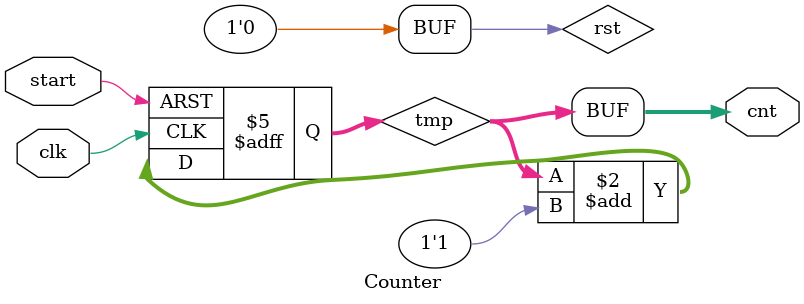
<source format=v>
`timescale 1ns / 1ps
module Counter(clk, start, cnt);
input clk, start;
output [0:15] cnt;
reg [0:15] tmp = 16'b0;
reg rst = 0;

always @(posedge clk or posedge start)
	begin
		if(start)
			tmp = 16'b0;
		else
			tmp = tmp + 1'b1;
	end
	
assign cnt = tmp;
endmodule

</source>
